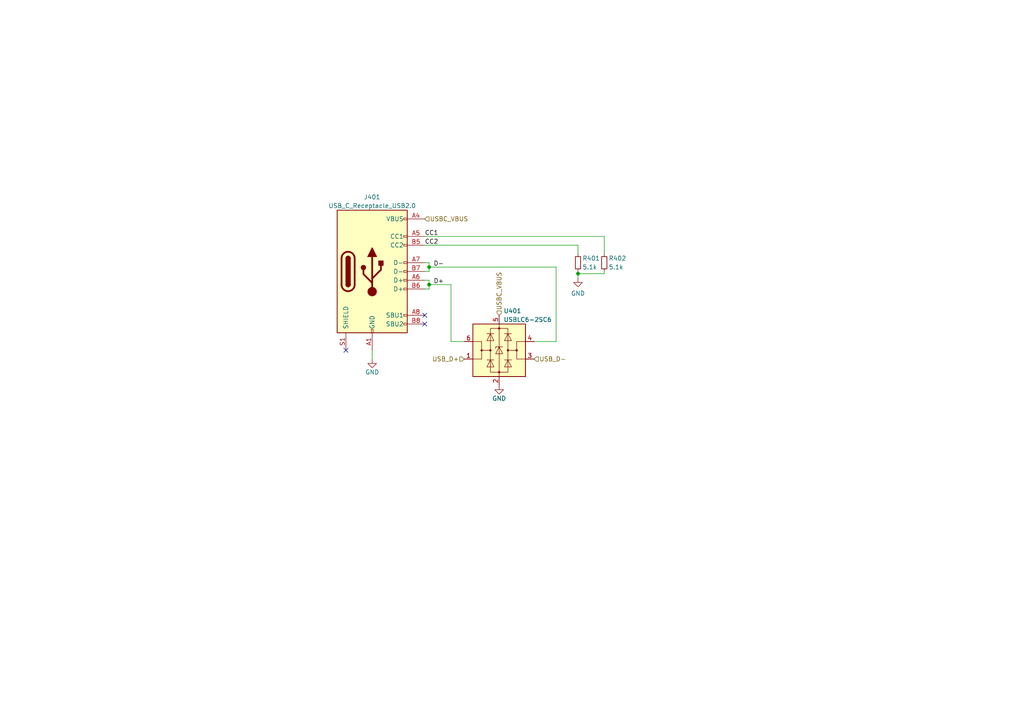
<source format=kicad_sch>
(kicad_sch (version 20230121) (generator eeschema)
  (paper "A4")
  (lib_symbols
    (symbol "Connector:USB_C_Receptacle_USB2.0" (pin_names (offset 1.016))
      (property "Reference" "J" (at -10.16 19.05 0))
      (property "Value" "USB_C_Receptacle_USB2.0" (at 19.05 19.05 0))
      (symbol "USB_C_Receptacle_USB2.0_0_0"
        (rectangle (start -0.254 -17.78) (end 0.254 -16.764))
        (rectangle (start 10.16 -14.986) (end 9.144 -15.494))
        (rectangle (start 10.16 -12.446) (end 9.144 -12.954))
        (rectangle (start 10.16 -4.826) (end 9.144 -5.334))
        (rectangle (start 10.16 -2.286) (end 9.144 -2.794))
        (rectangle (start 10.16 0.254) (end 9.144 -0.254))
        (rectangle (start 10.16 2.794) (end 9.144 2.286))
        (rectangle (start 10.16 7.874) (end 9.144 7.366))
        (rectangle (start 10.16 10.414) (end 9.144 9.906))
        (rectangle (start 10.16 15.494) (end 9.144 14.986))
      )
      (symbol "USB_C_Receptacle_USB2.0_0_1"
        (rectangle (start -10.16 17.78) (end 10.16 -17.78) (stroke (width 0.254)) (fill (type background)))
        (arc (start -8.89 -3.81) (mid -6.985 -5.7067) (end -5.08 -3.81) (stroke (width 0.508)))
        (arc (start -7.62 -3.81) (mid -6.985 -4.4423) (end -6.35 -3.81) (stroke (width 0.254)))
        (arc (start -7.62 -3.81) (mid -6.985 -4.4423) (end -6.35 -3.81) (stroke (width 0.254)) (fill (type outline)))
        (rectangle (start -7.62 -3.81) (end -6.35 3.81) (stroke (width 0.254)) (fill (type outline)))
        (arc (start -6.35 3.81) (mid -6.985 4.4423) (end -7.62 3.81) (stroke (width 0.254)))
        (arc (start -6.35 3.81) (mid -6.985 4.4423) (end -7.62 3.81) (stroke (width 0.254)) (fill (type outline)))
        (arc (start -5.08 3.81) (mid -6.985 5.7067) (end -8.89 3.81) (stroke (width 0.508)))
        (circle (center -2.54 1.143) (radius 0.635) (stroke (width 0.254)) (fill (type outline)))
        (circle (center 0 -5.842) (radius 1.27) (fill (type outline)))
        (polyline (pts (xy -8.89 -3.81) (xy -8.89 3.81)) (stroke (width 0.508)))
        (polyline (pts (xy -5.08 3.81) (xy -5.08 -3.81)) (stroke (width 0.508)))
        (polyline (pts (xy 0 -5.842) (xy 0 4.318)) (stroke (width 0.508)))
        (polyline (pts (xy 0 -3.302) (xy -2.54 -0.762) (xy -2.54 0.508)) (stroke (width 0.508)))
        (polyline (pts (xy 0 -2.032) (xy 2.54 0.508) (xy 2.54 1.778)) (stroke (width 0.508)))
        (polyline (pts (xy -1.27 4.318) (xy 0 6.858) (xy 1.27 4.318) (xy -1.27 4.318)) (stroke (width 0.254)) (fill (type outline)))
        (rectangle (start 1.905 1.778) (end 3.175 3.048) (stroke (width 0.254)) (fill (type outline)))
      )
      (symbol "USB_C_Receptacle_USB2.0_1_1"
        (pin passive line (at 0 -22.86 90) (length 5.08) (name "GND") (number "A1"))
        (pin passive line (at 0 -22.86 90) (length 5.08) hide (name "GND") (number "A12"))
        (pin passive line (at 15.24 15.24 180) (length 5.08) (name "VBUS") (number "A4"))
        (pin bidirectional line (at 15.24 10.16 180) (length 5.08) (name "CC1") (number "A5"))
        (pin bidirectional line (at 15.24 -2.54 180) (length 5.08) (name "D+") (number "A6"))
        (pin bidirectional line (at 15.24 2.54 180) (length 5.08) (name "D-") (number "A7"))
        (pin bidirectional line (at 15.24 -12.7 180) (length 5.08) (name "SBU1") (number "A8"))
        (pin passive line (at 15.24 15.24 180) (length 5.08) hide (name "VBUS") (number "A9"))
        (pin passive line (at 0 -22.86 90) (length 5.08) hide (name "GND") (number "B1"))
        (pin passive line (at 0 -22.86 90) (length 5.08) hide (name "GND") (number "B12"))
        (pin passive line (at 15.24 15.24 180) (length 5.08) hide (name "VBUS") (number "B4"))
        (pin bidirectional line (at 15.24 7.62 180) (length 5.08) (name "CC2") (number "B5"))
        (pin bidirectional line (at 15.24 -5.08 180) (length 5.08) (name "D+") (number "B6"))
        (pin bidirectional line (at 15.24 0 180) (length 5.08) (name "D-") (number "B7"))
        (pin bidirectional line (at 15.24 -15.24 180) (length 5.08) (name "SBU2") (number "B8"))
        (pin passive line (at 15.24 15.24 180) (length 5.08) hide (name "VBUS") (number "B9"))
        (pin passive line (at -7.62 -22.86 90) (length 5.08) (name "SHIELD") (number "S1"))
      )
    )
    (symbol "Device:R_Small" (pin_numbers hide) (pin_names (offset 0.254) hide)
      (property "Reference" "R" (at 0.762 0.508 0))
      (property "Value" "R_Small" (at 0.762 -1.016 0))
      (symbol "R_Small_0_1"
        (rectangle (start -0.762 1.778) (end 0.762 -1.778) (stroke (width 0.2032)))
      )
      (symbol "R_Small_1_1"
        (pin passive line (at 0 2.54 270) (length 0.762) (name "~") (number "1"))
        (pin passive line (at 0 -2.54 90) (length 0.762) (name "~") (number "2"))
      )
    )
    (symbol "GND_1" (power) (pin_names (offset 0))
      (property "Value" "GND_1" (at 0 -3.81 0))
      (symbol "GND_1_0_1"
        (polyline (pts (xy 0 0) (xy 0 -1.27) (xy 1.27 -1.27) (xy 0 -2.54) (xy -1.27 -1.27) (xy 0 -1.27)))
      )
      (symbol "GND_1_1_1"
        (pin power_in line (at 0 0 270) (length 0) hide (name "GND") (number "1"))
      )
    )
    (symbol "Power_Protection:USBLC6-2SC6" (pin_names hide)
      (property "Reference" "U" (at 2.54 8.89 0))
      (property "Value" "USBLC6-2SC6" (at 2.54 -8.89 0))
      (symbol "USBLC6-2SC6_0_1"
        (rectangle (start -7.62 -7.62) (end 7.62 7.62) (stroke (width 0.254)) (fill (type background)))
        (circle (center -5.08 0) (radius 0.254) (fill (type outline)))
        (circle (center -2.54 0) (radius 0.254) (fill (type outline)))
        (rectangle (start -2.54 6.35) (end 2.54 -6.35))
        (circle (center 0 -6.35) (radius 0.254) (fill (type outline)))
        (polyline (pts (xy -5.08 -2.54) (xy -7.62 -2.54)))
        (polyline (pts (xy -5.08 0) (xy -5.08 -2.54)))
        (polyline (pts (xy -5.08 2.54) (xy -7.62 2.54)))
        (polyline (pts (xy -1.524 -2.794) (xy -3.556 -2.794)))
        (polyline (pts (xy -1.524 4.826) (xy -3.556 4.826)))
        (polyline (pts (xy 0 -7.62) (xy 0 -6.35)))
        (polyline (pts (xy 0 -6.35) (xy 0 1.27)))
        (polyline (pts (xy 0 1.27) (xy 0 6.35)))
        (polyline (pts (xy 0 6.35) (xy 0 7.62)))
        (polyline (pts (xy 1.524 -2.794) (xy 3.556 -2.794)))
        (polyline (pts (xy 1.524 4.826) (xy 3.556 4.826)))
        (polyline (pts (xy 5.08 -2.54) (xy 7.62 -2.54)))
        (polyline (pts (xy 5.08 0) (xy 5.08 -2.54)))
        (polyline (pts (xy 5.08 2.54) (xy 7.62 2.54)))
        (polyline (pts (xy -2.54 0) (xy -5.08 0) (xy -5.08 2.54)))
        (polyline (pts (xy 2.54 0) (xy 5.08 0) (xy 5.08 2.54)))
        (polyline (pts (xy -3.556 -4.826) (xy -1.524 -4.826) (xy -2.54 -2.794) (xy -3.556 -4.826)))
        (polyline (pts (xy -3.556 2.794) (xy -1.524 2.794) (xy -2.54 4.826) (xy -3.556 2.794)))
        (polyline (pts (xy -1.016 -1.016) (xy 1.016 -1.016) (xy 0 1.016) (xy -1.016 -1.016)))
        (polyline (pts (xy 1.016 1.016) (xy 0.762 1.016) (xy -1.016 1.016) (xy -1.016 0.508)))
        (polyline (pts (xy 3.556 -4.826) (xy 1.524 -4.826) (xy 2.54 -2.794) (xy 3.556 -4.826)))
        (polyline (pts (xy 3.556 2.794) (xy 1.524 2.794) (xy 2.54 4.826) (xy 3.556 2.794)))
        (circle (center 0 6.35) (radius 0.254) (fill (type outline)))
        (circle (center 2.54 0) (radius 0.254) (fill (type outline)))
        (circle (center 5.08 0) (radius 0.254) (fill (type outline)))
      )
      (symbol "USBLC6-2SC6_1_1"
        (pin passive line (at -10.16 -2.54 0) (length 2.54) (name "I/O1") (number "1"))
        (pin passive line (at 0 -10.16 90) (length 2.54) (name "GND") (number "2"))
        (pin passive line (at 10.16 -2.54 180) (length 2.54) (name "I/O2") (number "3"))
        (pin passive line (at 10.16 2.54 180) (length 2.54) (name "I/O2") (number "4"))
        (pin passive line (at 0 10.16 270) (length 2.54) (name "VBUS") (number "5"))
        (pin passive line (at -10.16 2.54 0) (length 2.54) (name "I/O1") (number "6"))
      )
    )
    (symbol "power:GND" (power) (pin_names (offset 0))
      (property "Value" "GND" (at 0 -3.81 0))
      (symbol "GND_0_1"
        (polyline (pts (xy 0 0) (xy 0 -1.27) (xy 1.27 -1.27) (xy 0 -2.54) (xy -1.27 -1.27) (xy 0 -1.27)))
      )
      (symbol "GND_1_1"
        (pin power_in line (at 0 0 270) (length 0) hide (name "GND") (number "1"))
      )
    )
  )
  (junction (at 124.46 77.47))
  (junction (at 124.46 82.55))
  (junction (at 167.64 79.375))
  (no_connect (at 100.33 101.6))
  (no_connect (at 123.19 91.44))
  (no_connect (at 123.19 93.98))
  (wire (pts (xy 161.29 77.47) (xy 161.29 99.06)))
  (wire (pts (xy 175.26 79.375) (xy 175.26 78.74)))
  (wire (pts (xy 124.46 77.47) (xy 161.29 77.47)))
  (wire (pts (xy 123.19 68.58) (xy 175.26 68.58)))
  (wire (pts (xy 124.46 78.74) (xy 123.19 78.74)))
  (wire (pts (xy 124.46 82.55) (xy 130.81 82.55)))
  (wire (pts (xy 124.46 76.2) (xy 124.46 77.47)))
  (wire (pts (xy 107.95 101.6) (xy 107.95 104.14)))
  (wire (pts (xy 175.26 68.58) (xy 175.26 73.66)))
  (wire (pts (xy 167.64 78.74) (xy 167.64 79.375)))
  (wire (pts (xy 124.46 81.28) (xy 124.46 82.55)))
  (wire (pts (xy 167.64 79.375) (xy 175.26 79.375)))
  (wire (pts (xy 123.19 71.12) (xy 167.64 71.12)))
  (wire (pts (xy 161.29 99.06) (xy 154.94 99.06)))
  (wire (pts (xy 123.19 76.2) (xy 124.46 76.2)))
  (wire (pts (xy 130.81 82.55) (xy 130.81 99.06)))
  (wire (pts (xy 130.81 99.06) (xy 134.62 99.06)))
  (wire (pts (xy 124.46 83.82) (xy 123.19 83.82)))
  (wire (pts (xy 124.46 82.55) (xy 124.46 83.82)))
  (wire (pts (xy 123.19 81.28) (xy 124.46 81.28)))
  (wire (pts (xy 167.64 71.12) (xy 167.64 73.66)))
  (wire (pts (xy 167.64 79.375) (xy 167.64 80.645)))
  (wire (pts (xy 124.46 77.47) (xy 124.46 78.74)))
  (label "CC1" (at 123.19 68.58 0))
  (label "CC2" (at 123.19 71.12 0))
  (label "D-" (at 125.73 77.47 0))
  (label "D+" (at 125.73 82.55 0))
  (hierarchical_label "USBC_VBUS" (shape input) (at 144.78 91.44 90))
  (hierarchical_label "USB_D+" (shape input) (at 134.62 104.14 180))
  (hierarchical_label "USBC_VBUS" (shape input) (at 123.19 63.5 0))
  (hierarchical_label "USB_D-" (shape input) (at 154.94 104.14 0))
  (symbol (lib_id "Device:R_Small") (at 175.26 76.2 0) (unit 1)
    (property "Reference" "R402" (at 176.53 74.93 0) (effects (justify left)))
    (property "Value" "5.1k" (at 176.53 77.47 0) (effects (justify left)))
    (property "Footprint" "Resistor_SMD:R_0402_1005Metric" (effects hide))
  )
  (symbol (lib_id "power:GND") (at 144.78 111.76 0) (unit 1)
    (property "Reference" "#PWR0401" (effects hide))
    (property "Value" "GND" (at 144.78 115.57 0))
    (instances (project "audio_iface" (path "" (reference "#PWR0401") (unit 1))) (project "test_SGTL5000" (path "" (reference "#PWR0402") (unit 1))))
  )
  (symbol (lib_id "Connector:USB_C_Receptacle_USB2.0") (at 107.95 78.74 0) (unit 1)
    (property "Reference" "J401" (at 107.95 57.15 0))
    (property "Value" "USB_C_Receptacle_USB2.0" (at 107.95 59.69 0))
    (property "Footprint" "Connector_USB:USB_C_Receptacle_HRO_TYPE-C-31-M-12" (effects hide))
    (property "Datasheet" "https://www.usb.org/sites/default/files/documents/usb_type-c.zip" (effects hide))
    (property "LCSC Part" "C165948" (effects hide))
  )
  (symbol (lib_name "GND_1") (lib_id "power:GND") (at 107.95 104.14 0) (unit 1)
    (property "Reference" "#PWR0403" (effects hide))
    (property "Value" "GND" (at 107.95 107.95 0))
  )
  (symbol (lib_id "power:GND") (at 167.64 80.645 0) (unit 1)
    (property "Reference" "#PWR0402" (effects hide))
    (property "Value" "GND" (at 167.64 85.09 0))
    (instances (project "audio_iface" (path "" (reference "#PWR0402") (unit 1))) (project "test_SGTL5000" (path "" (reference "#PWR0403") (unit 1))))
  )
  (symbol (lib_id "Device:R_Small") (at 167.64 76.2 0) (unit 1)
    (property "Reference" "R401" (at 168.91 74.93 0) (effects (justify left)))
    (property "Value" "5.1k" (at 168.91 77.47 0) (effects (justify left)))
    (property "Footprint" "Resistor_SMD:R_0402_1005Metric" (effects hide))
  )
  (symbol (lib_id "Power_Protection:USBLC6-2SC6") (at 144.78 101.6 0) (unit 1)
    (property "Reference" "U401" (at 146.05 90.17 0) (effects (justify left)))
    (property "Value" "USBLC6-2SC6" (at 146.05 92.71 0) (effects (justify left)))
    (property "Footprint" "Package_TO_SOT_SMD:SOT-23-6" (effects hide))
    (property "Datasheet" "https://www.st.com/resource/en/datasheet/usblc6-2.pdf" (effects hide))
    (property "LCSC Part" "C7519" (effects hide))
  )
)
</source>
